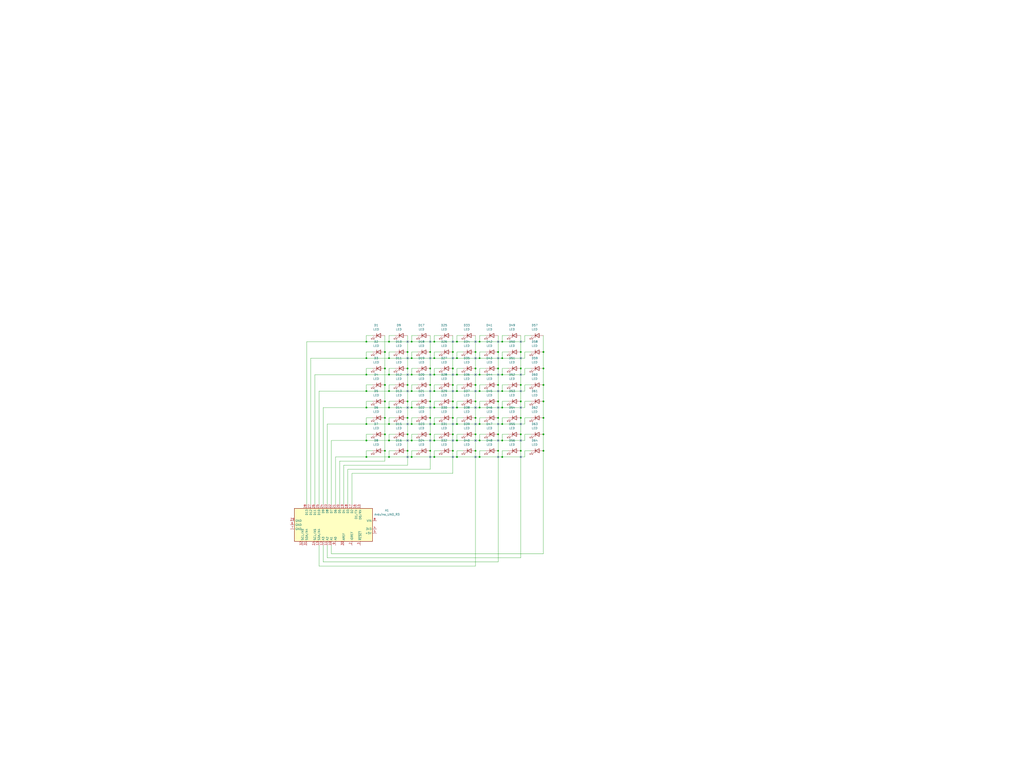
<source format=kicad_sch>
(kicad_sch (version 20250114) (generator "eeschema") (generator_version "9.0")
  (paper "User" 631.8 479.4)
  (lib_symbols
    (symbol "Device:LED" (pin_numbers (hide yes)) (pin_names (offset 1.016) (hide yes))
      (property "Reference" "D" (at 0 2.54 0))
      (property "Value" "LED" (at 0 -2.54 0))
      (symbol "LED_0_1"
        (polyline (pts (xy -3.048 -0.762) (xy -4.572 -2.286) (xy -3.81 -2.286) (xy -4.572 -2.286) (xy -4.572 -1.524)))
        (polyline (pts (xy -1.778 -0.762) (xy -3.302 -2.286) (xy -2.54 -2.286) (xy -3.302 -2.286) (xy -3.302 -1.524)))
        (polyline (pts (xy -1.27 0) (xy 1.27 0)))
        (polyline (pts (xy -1.27 -1.27) (xy -1.27 1.27)) (stroke (width 0.254)))
        (polyline (pts (xy 1.27 -1.27) (xy 1.27 1.27) (xy -1.27 0) (xy 1.27 -1.27)) (stroke (width 0.254)))
      )
      (symbol "LED_1_1"
        (pin passive line (at -3.81 0 0) (length 2.54) (name "K") (number "1"))
        (pin passive line (at 3.81 0 180) (length 2.54) (name "A") (number "2"))
      )
    )
    (symbol "MCU_Module:Arduino_UNO_R3"
      (property "Reference" "A" (at -10.16 23.495 0))
      (property "Value" "Arduino_UNO_R3" (at 5.08 -26.67 0))
      (symbol "Arduino_UNO_R3_0_1"
        (rectangle (start -10.16 22.86) (end 10.16 -25.4) (stroke (width 0.254)) (fill (type background)))
      )
      (symbol "Arduino_UNO_R3_1_1"
        (pin bidirectional line (at -12.7 15.24 0) (length 2.54) (name "D0/RX") (number "15"))
        (pin bidirectional line (at -12.7 12.7 0) (length 2.54) (name "D1/TX") (number "16"))
        (pin bidirectional line (at -12.7 10.16 0) (length 2.54) (name "D2") (number "17"))
        (pin bidirectional line (at -12.7 7.62 0) (length 2.54) (name "D3") (number "18"))
        (pin bidirectional line (at -12.7 5.08 0) (length 2.54) (name "D4") (number "19"))
        (pin bidirectional line (at -12.7 2.54 0) (length 2.54) (name "D5") (number "20"))
        (pin bidirectional line (at -12.7 0 0) (length 2.54) (name "D6") (number "21"))
        (pin bidirectional line (at -12.7 -2.54 0) (length 2.54) (name "D7") (number "22"))
        (pin bidirectional line (at -12.7 -5.08 0) (length 2.54) (name "D8") (number "23"))
        (pin bidirectional line (at -12.7 -7.62 0) (length 2.54) (name "D9") (number "24"))
        (pin bidirectional line (at -12.7 -10.16 0) (length 2.54) (name "D10") (number "25"))
        (pin bidirectional line (at -12.7 -12.7 0) (length 2.54) (name "D11") (number "26"))
        (pin bidirectional line (at -12.7 -15.24 0) (length 2.54) (name "D12") (number "27"))
        (pin bidirectional line (at -12.7 -17.78 0) (length 2.54) (name "D13") (number "28"))
        (pin no_connect line (at -10.16 -20.32 0) (length 2.54) (hide yes) (name "NC") (number "1"))
        (pin power_in line (at -2.54 25.4 270) (length 2.54) (name "VIN") (number "8"))
        (pin power_in line (at -2.54 -27.94 90) (length 2.54) (name "GND") (number "29"))
        (pin power_in line (at 0 -27.94 90) (length 2.54) (name "GND") (number "6"))
        (pin power_out line (at 2.54 25.4 270) (length 2.54) (name "3V3") (number "4"))
        (pin power_in line (at 2.54 -27.94 90) (length 2.54) (name "GND") (number "7"))
        (pin power_out line (at 5.08 25.4 270) (length 2.54) (name "+5V") (number "5"))
        (pin input line (at 12.7 15.24 180) (length 2.54) (name "~{RESET}") (number "3"))
        (pin output line (at 12.7 10.16 180) (length 2.54) (name "IOREF") (number "2"))
        (pin input line (at 12.7 5.08 180) (length 2.54) (name "AREF") (number "30"))
        (pin bidirectional line (at 12.7 0 180) (length 2.54) (name "A0") (number "9"))
        (pin bidirectional line (at 12.7 -2.54 180) (length 2.54) (name "A1") (number "10"))
        (pin bidirectional line (at 12.7 -5.08 180) (length 2.54) (name "A2") (number "11"))
        (pin bidirectional line (at 12.7 -7.62 180) (length 2.54) (name "A3") (number "12"))
        (pin bidirectional line (at 12.7 -10.16 180) (length 2.54) (name "SDA/A4") (number "13"))
        (pin bidirectional line (at 12.7 -12.7 180) (length 2.54) (name "SCL/A5") (number "14"))
        (pin bidirectional line (at 12.7 -17.78 180) (length 2.54) (name "SDA/A4") (number "31"))
        (pin bidirectional line (at 12.7 -20.32 180) (length 2.54) (name "SCL/A5") (number "32"))
      )
    )
  )
  (junction (at 226.06 220.98))
  (junction (at 226.06 281.94))
  (junction (at 307.34 267.97))
  (junction (at 309.88 241.3))
  (junction (at 309.88 251.46))
  (junction (at 265.43 257.81))
  (junction (at 321.31 247.65))
  (junction (at 295.91 281.94))
  (junction (at 279.4 217.17))
  (junction (at 237.49 278.13))
  (junction (at 265.43 237.49))
  (junction (at 309.88 261.62))
  (junction (at 237.49 267.97))
  (junction (at 293.37 247.65))
  (junction (at 307.34 237.49))
  (junction (at 279.4 227.33))
  (junction (at 335.28 257.81))
  (junction (at 251.46 237.49))
  (junction (at 281.94 281.94))
  (junction (at 265.43 227.33))
  (junction (at 281.94 220.98))
  (junction (at 293.37 278.13))
  (junction (at 335.28 237.49))
  (junction (at 335.28 227.33))
  (junction (at 267.97 210.82))
  (junction (at 267.97 241.3))
  (junction (at 295.91 210.82))
  (junction (at 251.46 217.17))
  (junction (at 321.31 267.97))
  (junction (at 309.88 281.94))
  (junction (at 309.88 271.78))
  (junction (at 295.91 231.14))
  (junction (at 321.31 278.13))
  (junction (at 293.37 227.33))
  (junction (at 240.03 241.3))
  (junction (at 281.94 251.46))
  (junction (at 254 220.98))
  (junction (at 267.97 231.14))
  (junction (at 267.97 271.78))
  (junction (at 265.43 247.65))
  (junction (at 237.49 227.33))
  (junction (at 240.03 261.62))
  (junction (at 226.06 251.46))
  (junction (at 309.88 210.82))
  (junction (at 281.94 241.3))
  (junction (at 254 281.94))
  (junction (at 295.91 220.98))
  (junction (at 254 210.82))
  (junction (at 254 271.78))
  (junction (at 265.43 267.97))
  (junction (at 279.4 267.97))
  (junction (at 251.46 267.97))
  (junction (at 226.06 271.78))
  (junction (at 265.43 278.13))
  (junction (at 295.91 251.46))
  (junction (at 279.4 237.49))
  (junction (at 321.31 217.17))
  (junction (at 226.06 210.82))
  (junction (at 267.97 261.62))
  (junction (at 293.37 257.81))
  (junction (at 237.49 217.17))
  (junction (at 307.34 227.33))
  (junction (at 295.91 271.78))
  (junction (at 267.97 281.94))
  (junction (at 240.03 251.46))
  (junction (at 254 231.14))
  (junction (at 251.46 257.81))
  (junction (at 281.94 271.78))
  (junction (at 237.49 257.81))
  (junction (at 281.94 210.82))
  (junction (at 279.4 247.65))
  (junction (at 279.4 278.13))
  (junction (at 307.34 257.81))
  (junction (at 226.06 241.3))
  (junction (at 265.43 217.17))
  (junction (at 240.03 231.14))
  (junction (at 295.91 241.3))
  (junction (at 335.28 247.65))
  (junction (at 251.46 247.65))
  (junction (at 335.28 278.13))
  (junction (at 226.06 261.62))
  (junction (at 281.94 261.62))
  (junction (at 293.37 217.17))
  (junction (at 240.03 220.98))
  (junction (at 307.34 247.65))
  (junction (at 240.03 210.82))
  (junction (at 237.49 247.65))
  (junction (at 293.37 237.49))
  (junction (at 321.31 257.81))
  (junction (at 295.91 261.62))
  (junction (at 240.03 271.78))
  (junction (at 335.28 267.97))
  (junction (at 321.31 227.33))
  (junction (at 240.03 281.94))
  (junction (at 267.97 251.46))
  (junction (at 293.37 267.97))
  (junction (at 321.31 237.49))
  (junction (at 335.28 217.17))
  (junction (at 251.46 278.13))
  (junction (at 267.97 220.98))
  (junction (at 309.88 220.98))
  (junction (at 254 261.62))
  (junction (at 254 241.3))
  (junction (at 279.4 257.81))
  (junction (at 237.49 237.49))
  (junction (at 281.94 231.14))
  (junction (at 309.88 231.14))
  (junction (at 254 251.46))
  (junction (at 251.46 227.33))
  (junction (at 307.34 217.17))
  (junction (at 226.06 231.14))
  (junction (at 307.34 278.13))
  (no_connect (at 251.46 251.46))
  (no_connect (at 293.37 241.3))
  (no_connect (at 321.31 220.98))
  (no_connect (at 279.4 220.98))
  (no_connect (at 293.37 231.14))
  (no_connect (at 307.34 281.94))
  (no_connect (at 265.43 261.62))
  (no_connect (at 265.43 220.98))
  (no_connect (at 251.46 220.98))
  (no_connect (at 321.31 271.78))
  (no_connect (at 279.4 281.94))
  (no_connect (at 251.46 261.62))
  (no_connect (at 265.43 231.14))
  (no_connect (at 293.37 261.62))
  (no_connect (at 279.4 251.46))
  (no_connect (at 279.4 231.14))
  (no_connect (at 251.46 241.3))
  (no_connect (at 265.43 210.82))
  (no_connect (at 265.43 281.94))
  (no_connect (at 321.31 241.3))
  (no_connect (at 251.46 231.14))
  (no_connect (at 307.34 261.62))
  (no_connect (at 307.34 210.82))
  (no_connect (at 307.34 220.98))
  (no_connect (at 307.34 271.78))
  (no_connect (at 321.31 231.14))
  (no_connect (at 321.31 251.46))
  (no_connect (at 293.37 210.82))
  (no_connect (at 321.31 281.94))
  (no_connect (at 293.37 251.46))
  (no_connect (at 251.46 210.82))
  (no_connect (at 251.46 281.94))
  (no_connect (at 321.31 210.82))
  (no_connect (at 279.4 261.62))
  (no_connect (at 279.4 241.3))
  (no_connect (at 293.37 220.98))
  (no_connect (at 293.37 271.78))
  (no_connect (at 321.31 261.62))
  (no_connect (at 293.37 281.94))
  (no_connect (at 307.34 241.3))
  (no_connect (at 251.46 271.78))
  (no_connect (at 279.4 271.78))
  (no_connect (at 307.34 231.14))
  (no_connect (at 307.34 251.46))
  (no_connect (at 265.43 271.78))
  (no_connect (at 265.43 241.3))
  (no_connect (at 265.43 251.46))
  (no_connect (at 279.4 210.82))
  (wire (pts (xy 271.78 217.17) (xy 267.97 217.17)))
  (wire (pts (xy 217.17 292.1) (xy 217.17 311.15)))
  (wire (pts (xy 201.93 261.62) (xy 201.93 311.15)))
  (wire (pts (xy 229.87 207.01) (xy 226.06 207.01)))
  (wire (pts (xy 307.34 237.49) (xy 307.34 247.65)))
  (wire (pts (xy 254 271.78) (xy 240.03 271.78)))
  (wire (pts (xy 267.97 267.97) (xy 267.97 271.78)))
  (wire (pts (xy 323.85 251.46) (xy 309.88 251.46)))
  (wire (pts (xy 229.87 237.49) (xy 226.06 237.49)))
  (wire (pts (xy 309.88 237.49) (xy 309.88 241.3)))
  (wire (pts (xy 251.46 207.01) (xy 251.46 217.17)))
  (wire (pts (xy 335.28 278.13) (xy 335.28 341.63)))
  (wire (pts (xy 281.94 247.65) (xy 281.94 251.46)))
  (wire (pts (xy 309.88 247.65) (xy 309.88 251.46)))
  (wire (pts (xy 293.37 217.17) (xy 293.37 227.33)))
  (wire (pts (xy 313.69 237.49) (xy 309.88 237.49)))
  (wire (pts (xy 295.91 227.33) (xy 295.91 231.14)))
  (wire (pts (xy 267.97 207.01) (xy 267.97 210.82)))
  (wire (pts (xy 226.06 267.97) (xy 226.06 271.78)))
  (wire (pts (xy 243.84 267.97) (xy 240.03 267.97)))
  (wire (pts (xy 240.03 220.98) (xy 226.06 220.98)))
  (wire (pts (xy 201.93 336.55) (xy 201.93 344.17)))
  (wire (pts (xy 321.31 217.17) (xy 321.31 227.33)))
  (wire (pts (xy 327.66 237.49) (xy 323.85 237.49)))
  (wire (pts (xy 295.91 210.82) (xy 281.94 210.82)))
  (wire (pts (xy 226.06 231.14) (xy 194.31 231.14)))
  (wire (pts (xy 295.91 257.81) (xy 295.91 261.62)))
  (wire (pts (xy 279.4 227.33) (xy 279.4 237.49)))
  (wire (pts (xy 313.69 267.97) (xy 309.88 267.97)))
  (wire (pts (xy 285.75 247.65) (xy 281.94 247.65)))
  (wire (pts (xy 335.28 227.33) (xy 335.28 237.49)))
  (wire (pts (xy 226.06 207.01) (xy 226.06 210.82)))
  (wire (pts (xy 279.4 267.97) (xy 279.4 278.13)))
  (wire (pts (xy 254 207.01) (xy 254 210.82)))
  (wire (pts (xy 295.91 267.97) (xy 295.91 271.78)))
  (wire (pts (xy 257.81 267.97) (xy 254 267.97)))
  (wire (pts (xy 285.75 257.81) (xy 281.94 257.81)))
  (wire (pts (xy 257.81 257.81) (xy 254 257.81)))
  (wire (pts (xy 237.49 207.01) (xy 237.49 217.17)))
  (wire (pts (xy 257.81 207.01) (xy 254 207.01)))
  (wire (pts (xy 226.06 237.49) (xy 226.06 241.3)))
  (wire (pts (xy 309.88 271.78) (xy 295.91 271.78)))
  (wire (pts (xy 267.97 278.13) (xy 267.97 281.94)))
  (wire (pts (xy 323.85 241.3) (xy 309.88 241.3)))
  (wire (pts (xy 309.88 231.14) (xy 295.91 231.14)))
  (wire (pts (xy 271.78 257.81) (xy 267.97 257.81)))
  (wire (pts (xy 237.49 217.17) (xy 237.49 227.33)))
  (wire (pts (xy 279.4 257.81) (xy 279.4 267.97)))
  (wire (pts (xy 214.63 289.56) (xy 214.63 311.15)))
  (wire (pts (xy 335.28 267.97) (xy 335.28 278.13)))
  (wire (pts (xy 265.43 267.97) (xy 265.43 278.13)))
  (wire (pts (xy 321.31 247.65) (xy 321.31 257.81)))
  (wire (pts (xy 226.06 261.62) (xy 201.93 261.62)))
  (wire (pts (xy 323.85 231.14) (xy 309.88 231.14)))
  (wire (pts (xy 240.03 207.01) (xy 240.03 210.82)))
  (wire (pts (xy 321.31 257.81) (xy 321.31 267.97)))
  (wire (pts (xy 285.75 227.33) (xy 281.94 227.33)))
  (wire (pts (xy 254 281.94) (xy 240.03 281.94)))
  (wire (pts (xy 240.03 261.62) (xy 226.06 261.62)))
  (wire (pts (xy 295.91 207.01) (xy 295.91 210.82)))
  (wire (pts (xy 323.85 267.97) (xy 323.85 271.78)))
  (wire (pts (xy 335.28 257.81) (xy 335.28 267.97)))
  (wire (pts (xy 226.06 257.81) (xy 226.06 261.62)))
  (wire (pts (xy 243.84 257.81) (xy 240.03 257.81)))
  (wire (pts (xy 323.85 271.78) (xy 309.88 271.78)))
  (wire (pts (xy 243.84 237.49) (xy 240.03 237.49)))
  (wire (pts (xy 327.66 267.97) (xy 323.85 267.97)))
  (wire (pts (xy 295.91 237.49) (xy 295.91 241.3)))
  (wire (pts (xy 299.72 227.33) (xy 295.91 227.33)))
  (wire (pts (xy 267.97 271.78) (xy 254 271.78)))
  (wire (pts (xy 265.43 207.01) (xy 265.43 217.17)))
  (wire (pts (xy 295.91 261.62) (xy 281.94 261.62)))
  (wire (pts (xy 313.69 217.17) (xy 309.88 217.17)))
  (wire (pts (xy 307.34 267.97) (xy 307.34 278.13)))
  (wire (pts (xy 267.97 220.98) (xy 254 220.98)))
  (wire (pts (xy 243.84 207.01) (xy 240.03 207.01)))
  (wire (pts (xy 196.85 336.55) (xy 196.85 349.25)))
  (wire (pts (xy 189.23 210.82) (xy 189.23 311.15)))
  (wire (pts (xy 281.94 217.17) (xy 281.94 220.98)))
  (wire (pts (xy 226.06 241.3) (xy 196.85 241.3)))
  (wire (pts (xy 323.85 261.62) (xy 309.88 261.62)))
  (wire (pts (xy 281.94 267.97) (xy 281.94 271.78)))
  (wire (pts (xy 309.88 251.46) (xy 295.91 251.46)))
  (wire (pts (xy 240.03 217.17) (xy 240.03 220.98)))
  (wire (pts (xy 293.37 237.49) (xy 293.37 247.65)))
  (wire (pts (xy 196.85 241.3) (xy 196.85 311.15)))
  (wire (pts (xy 267.97 210.82) (xy 254 210.82)))
  (wire (pts (xy 271.78 207.01) (xy 267.97 207.01)))
  (wire (pts (xy 323.85 237.49) (xy 323.85 241.3)))
  (wire (pts (xy 279.4 292.1) (xy 217.17 292.1)))
  (wire (pts (xy 271.78 247.65) (xy 267.97 247.65)))
  (wire (pts (xy 265.43 278.13) (xy 265.43 289.56)))
  (wire (pts (xy 267.97 247.65) (xy 267.97 251.46)))
  (wire (pts (xy 323.85 278.13) (xy 323.85 281.94)))
  (wire (pts (xy 196.85 349.25) (xy 293.37 349.25)))
  (wire (pts (xy 307.34 217.17) (xy 307.34 227.33)))
  (wire (pts (xy 285.75 217.17) (xy 281.94 217.17)))
  (wire (pts (xy 279.4 247.65) (xy 279.4 257.81)))
  (wire (pts (xy 240.03 247.65) (xy 240.03 251.46)))
  (wire (pts (xy 299.72 217.17) (xy 295.91 217.17)))
  (wire (pts (xy 309.88 241.3) (xy 295.91 241.3)))
  (wire (pts (xy 309.88 267.97) (xy 309.88 271.78)))
  (wire (pts (xy 254 247.65) (xy 254 251.46)))
  (wire (pts (xy 271.78 267.97) (xy 267.97 267.97)))
  (wire (pts (xy 281.94 231.14) (xy 267.97 231.14)))
  (wire (pts (xy 327.66 278.13) (xy 323.85 278.13)))
  (wire (pts (xy 251.46 267.97) (xy 251.46 278.13)))
  (wire (pts (xy 313.69 278.13) (xy 309.88 278.13)))
  (wire (pts (xy 194.31 231.14) (xy 194.31 311.15)))
  (wire (pts (xy 281.94 281.94) (xy 267.97 281.94)))
  (wire (pts (xy 254 278.13) (xy 254 281.94)))
  (wire (pts (xy 295.91 247.65) (xy 295.91 251.46)))
  (wire (pts (xy 254 261.62) (xy 240.03 261.62)))
  (wire (pts (xy 295.91 251.46) (xy 281.94 251.46)))
  (wire (pts (xy 243.84 227.33) (xy 240.03 227.33)))
  (wire (pts (xy 281.94 207.01) (xy 281.94 210.82)))
  (wire (pts (xy 309.88 220.98) (xy 295.91 220.98)))
  (wire (pts (xy 237.49 247.65) (xy 237.49 257.81)))
  (wire (pts (xy 285.75 267.97) (xy 281.94 267.97)))
  (wire (pts (xy 309.88 210.82) (xy 295.91 210.82)))
  (wire (pts (xy 199.39 336.55) (xy 199.39 346.71)))
  (wire (pts (xy 309.88 261.62) (xy 295.91 261.62)))
  (wire (pts (xy 257.81 217.17) (xy 254 217.17)))
  (wire (pts (xy 271.78 278.13) (xy 267.97 278.13)))
  (wire (pts (xy 309.88 217.17) (xy 309.88 220.98)))
  (wire (pts (xy 299.72 267.97) (xy 295.91 267.97)))
  (wire (pts (xy 265.43 257.81) (xy 265.43 267.97)))
  (wire (pts (xy 267.97 261.62) (xy 254 261.62)))
  (wire (pts (xy 281.94 278.13) (xy 281.94 281.94)))
  (wire (pts (xy 285.75 237.49) (xy 281.94 237.49)))
  (wire (pts (xy 281.94 261.62) (xy 267.97 261.62)))
  (wire (pts (xy 226.06 281.94) (xy 207.01 281.94)))
  (wire (pts (xy 226.06 247.65) (xy 226.06 251.46)))
  (wire (pts (xy 313.69 227.33) (xy 309.88 227.33)))
  (wire (pts (xy 251.46 247.65) (xy 251.46 257.81)))
  (wire (pts (xy 257.81 237.49) (xy 254 237.49)))
  (wire (pts (xy 212.09 287.02) (xy 212.09 311.15)))
  (wire (pts (xy 323.85 217.17) (xy 323.85 220.98)))
  (wire (pts (xy 237.49 267.97) (xy 237.49 278.13)))
  (wire (pts (xy 327.66 207.01) (xy 323.85 207.01)))
  (wire (pts (xy 229.87 257.81) (xy 226.06 257.81)))
  (wire (pts (xy 327.66 227.33) (xy 323.85 227.33)))
  (wire (pts (xy 299.72 237.49) (xy 295.91 237.49)))
  (wire (pts (xy 229.87 278.13) (xy 226.06 278.13)))
  (wire (pts (xy 271.78 227.33) (xy 267.97 227.33)))
  (wire (pts (xy 279.4 278.13) (xy 279.4 292.1)))
  (wire (pts (xy 254 210.82) (xy 240.03 210.82)))
  (wire (pts (xy 313.69 247.65) (xy 309.88 247.65)))
  (wire (pts (xy 307.34 247.65) (xy 307.34 257.81)))
  (wire (pts (xy 243.84 278.13) (xy 240.03 278.13)))
  (wire (pts (xy 229.87 217.17) (xy 226.06 217.17)))
  (wire (pts (xy 321.31 267.97) (xy 321.31 278.13)))
  (wire (pts (xy 237.49 284.48) (xy 209.55 284.48)))
  (wire (pts (xy 204.47 341.63) (xy 335.28 341.63)))
  (wire (pts (xy 267.97 231.14) (xy 254 231.14)))
  (wire (pts (xy 257.81 278.13) (xy 254 278.13)))
  (wire (pts (xy 279.4 217.17) (xy 279.4 227.33)))
  (wire (pts (xy 335.28 207.01) (xy 335.28 217.17)))
  (wire (pts (xy 335.28 237.49) (xy 335.28 247.65)))
  (wire (pts (xy 254 231.14) (xy 240.03 231.14)))
  (wire (pts (xy 321.31 278.13) (xy 321.31 344.17)))
  (wire (pts (xy 321.31 207.01) (xy 321.31 217.17)))
  (wire (pts (xy 281.94 241.3) (xy 267.97 241.3)))
  (wire (pts (xy 281.94 227.33) (xy 281.94 231.14)))
  (wire (pts (xy 293.37 247.65) (xy 293.37 257.81)))
  (wire (pts (xy 281.94 257.81) (xy 281.94 261.62)))
  (wire (pts (xy 207.01 281.94) (xy 207.01 311.15)))
  (wire (pts (xy 295.91 281.94) (xy 281.94 281.94)))
  (wire (pts (xy 267.97 257.81) (xy 267.97 261.62)))
  (wire (pts (xy 267.97 251.46) (xy 254 251.46)))
  (wire (pts (xy 267.97 281.94) (xy 254 281.94)))
  (wire (pts (xy 265.43 227.33) (xy 265.43 237.49)))
  (wire (pts (xy 295.91 231.14) (xy 281.94 231.14)))
  (wire (pts (xy 254 220.98) (xy 240.03 220.98)))
  (wire (pts (xy 295.91 271.78) (xy 281.94 271.78)))
  (wire (pts (xy 321.31 237.49) (xy 321.31 247.65)))
  (wire (pts (xy 293.37 278.13) (xy 293.37 349.25)))
  (wire (pts (xy 240.03 267.97) (xy 240.03 271.78)))
  (wire (pts (xy 240.03 251.46) (xy 226.06 251.46)))
  (wire (pts (xy 295.91 217.17) (xy 295.91 220.98)))
  (wire (pts (xy 226.06 220.98) (xy 191.77 220.98)))
  (wire (pts (xy 251.46 278.13) (xy 251.46 287.02)))
  (wire (pts (xy 327.66 257.81) (xy 323.85 257.81)))
  (wire (pts (xy 295.91 241.3) (xy 281.94 241.3)))
  (wire (pts (xy 323.85 220.98) (xy 309.88 220.98)))
  (wire (pts (xy 281.94 220.98) (xy 267.97 220.98)))
  (wire (pts (xy 309.88 278.13) (xy 309.88 281.94)))
  (wire (pts (xy 243.84 217.17) (xy 240.03 217.17)))
  (wire (pts (xy 201.93 344.17) (xy 321.31 344.17)))
  (wire (pts (xy 254 251.46) (xy 240.03 251.46)))
  (wire (pts (xy 335.28 217.17) (xy 335.28 227.33)))
  (wire (pts (xy 267.97 241.3) (xy 254 241.3)))
  (wire (pts (xy 226.06 217.17) (xy 226.06 220.98)))
  (wire (pts (xy 265.43 247.65) (xy 265.43 257.81)))
  (wire (pts (xy 257.81 247.65) (xy 254 247.65)))
  (wire (pts (xy 321.31 227.33) (xy 321.31 237.49)))
  (wire (pts (xy 295.91 220.98) (xy 281.94 220.98)))
  (wire (pts (xy 251.46 237.49) (xy 251.46 247.65)))
  (wire (pts (xy 240.03 257.81) (xy 240.03 261.62)))
  (wire (pts (xy 254 237.49) (xy 254 241.3)))
  (wire (pts (xy 323.85 257.81) (xy 323.85 261.62)))
  (wire (pts (xy 1080.77 111.76) (xy 1080.77 123.19)))
  (wire (pts (xy 265.43 289.56) (xy 214.63 289.56)))
  (wire (pts (xy 281.94 210.82) (xy 267.97 210.82)))
  (wire (pts (xy 254 241.3) (xy 240.03 241.3)))
  (wire (pts (xy 327.66 217.17) (xy 323.85 217.17)))
  (wire (pts (xy 323.85 210.82) (xy 309.88 210.82)))
  (wire (pts (xy 204.47 271.78) (xy 204.47 311.15)))
  (wire (pts (xy 309.88 281.94) (xy 295.91 281.94)))
  (wire (pts (xy 226.06 227.33) (xy 226.06 231.14)))
  (wire (pts (xy 240.03 278.13) (xy 240.03 281.94)))
  (wire (pts (xy 237.49 278.13) (xy 237.49 284.48)))
  (wire (pts (xy 226.06 271.78) (xy 204.47 271.78)))
  (wire (pts (xy 254 217.17) (xy 254 220.98)))
  (wire (pts (xy 251.46 257.81) (xy 251.46 267.97)))
  (wire (pts (xy 281.94 251.46) (xy 267.97 251.46)))
  (wire (pts (xy 307.34 207.01) (xy 307.34 217.17)))
  (wire (pts (xy 229.87 267.97) (xy 226.06 267.97)))
  (wire (pts (xy 254 257.81) (xy 254 261.62)))
  (wire (pts (xy 240.03 227.33) (xy 240.03 231.14)))
  (wire (pts (xy 243.84 247.65) (xy 240.03 247.65)))
  (wire (pts (xy 309.88 227.33) (xy 309.88 231.14)))
  (wire (pts (xy 267.97 237.49) (xy 267.97 241.3)))
  (wire (pts (xy 285.75 207.01) (xy 281.94 207.01)))
  (wire (pts (xy 267.97 217.17) (xy 267.97 220.98)))
  (wire (pts (xy 335.28 247.65) (xy 335.28 257.81)))
  (wire (pts (xy 323.85 247.65) (xy 323.85 251.46)))
  (wire (pts (xy 299.72 257.81) (xy 295.91 257.81)))
  (wire (pts (xy 307.34 278.13) (xy 307.34 346.71)))
  (wire (pts (xy 251.46 227.33) (xy 251.46 237.49)))
  (wire (pts (xy 313.69 207.01) (xy 309.88 207.01)))
  (wire (pts (xy 254 227.33) (xy 254 231.14)))
  (wire (pts (xy 293.37 257.81) (xy 293.37 267.97)))
  (wire (pts (xy 226.06 210.82) (xy 189.23 210.82)))
  (wire (pts (xy 240.03 237.49) (xy 240.03 241.3)))
  (wire (pts (xy 285.75 278.13) (xy 281.94 278.13)))
  (wire (pts (xy 204.47 336.55) (xy 204.47 341.63)))
  (wire (pts (xy 323.85 227.33) (xy 323.85 231.14)))
  (wire (pts (xy 191.77 220.98) (xy 191.77 311.15)))
  (wire (pts (xy 237.49 227.33) (xy 237.49 237.49)))
  (wire (pts (xy 299.72 247.65) (xy 295.91 247.65)))
  (wire (pts (xy 257.81 227.33) (xy 254 227.33)))
  (wire (pts (xy 199.39 251.46) (xy 199.39 311.15)))
  (wire (pts (xy 240.03 241.3) (xy 226.06 241.3)))
  (wire (pts (xy 279.4 237.49) (xy 279.4 247.65)))
  (wire (pts (xy 240.03 210.82) (xy 226.06 210.82)))
  (wire (pts (xy 240.03 231.14) (xy 226.06 231.14)))
  (wire (pts (xy 267.97 227.33) (xy 267.97 231.14)))
  (wire (pts (xy 240.03 271.78) (xy 226.06 271.78)))
  (wire (pts (xy 251.46 287.02) (xy 212.09 287.02)))
  (wire (pts (xy 229.87 227.33) (xy 226.06 227.33)))
  (wire (pts (xy 309.88 207.01) (xy 309.88 210.82)))
  (wire (pts (xy 226.06 278.13) (xy 226.06 281.94)))
  (wire (pts (xy 279.4 207.01) (xy 279.4 217.17)))
  (wire (pts (xy 254 267.97) (xy 254 271.78)))
  (wire (pts (xy 265.43 217.17) (xy 265.43 227.33)))
  (wire (pts (xy 299.72 278.13) (xy 295.91 278.13)))
  (wire (pts (xy 323.85 207.01) (xy 323.85 210.82)))
  (wire (pts (xy 229.87 247.65) (xy 226.06 247.65)))
  (wire (pts (xy 265.43 237.49) (xy 265.43 247.65)))
  (wire (pts (xy 323.85 281.94) (xy 309.88 281.94)))
  (wire (pts (xy 293.37 267.97) (xy 293.37 278.13)))
  (wire (pts (xy 281.94 237.49) (xy 281.94 241.3)))
  (wire (pts (xy 313.69 257.81) (xy 309.88 257.81)))
  (wire (pts (xy 281.94 271.78) (xy 267.97 271.78)))
  (wire (pts (xy 293.37 227.33) (xy 293.37 237.49)))
  (wire (pts (xy 299.72 207.01) (xy 295.91 207.01)))
  (wire (pts (xy 237.49 257.81) (xy 237.49 267.97)))
  (wire (pts (xy 226.06 251.46) (xy 199.39 251.46)))
  (wire (pts (xy 295.91 278.13) (xy 295.91 281.94)))
  (wire (pts (xy 293.37 207.01) (xy 293.37 217.17)))
  (wire (pts (xy 251.46 217.17) (xy 251.46 227.33)))
  (wire (pts (xy 199.39 346.71) (xy 307.34 346.71)))
  (wire (pts (xy 327.66 247.65) (xy 323.85 247.65)))
  (wire (pts (xy 307.34 227.33) (xy 307.34 237.49)))
  (wire (pts (xy 237.49 237.49) (xy 237.49 247.65)))
  (wire (pts (xy 271.78 237.49) (xy 267.97 237.49)))
  (wire (pts (xy 309.88 257.81) (xy 309.88 261.62)))
  (wire (pts (xy 240.03 281.94) (xy 226.06 281.94)))
  (wire (pts (xy 307.34 257.81) (xy 307.34 267.97)))
  (wire (pts (xy 209.55 284.48) (xy 209.55 311.15)))
  (symbol (lib_id "Device:LED") (at 303.53 207.01 0) (unit 1)
    (property "Reference" "D41" (at 301.9425 200.66 0))
    (property "Value" "LED" (at 301.9425 203.2 0))
    (property "Footprint" "LED_SMD:LED_0201_0603Metric_Pad0.64x0.40mm_HandSolder" (effects (hide yes)))
    (property "Description" "Light emitting diode" (effects (hide yes)))
    (property "Sim.Pins" "1=K 2=A" (effects (hide yes)))
  )
  (symbol (lib_id "Device:LED") (at 275.59 227.33 0) (unit 1)
    (property "Reference" "D27" (at 274.0025 220.98 0))
    (property "Value" "LED" (at 274.0025 223.52 0))
    (property "Footprint" "LED_SMD:LED_0201_0603Metric_Pad0.64x0.40mm_HandSolder" (effects (hide yes)))
    (property "Description" "Light emitting diode" (effects (hide yes)))
    (property "Sim.Pins" "1=K 2=A" (effects (hide yes)))
  )
  (symbol (lib_id "Device:LED") (at 275.59 247.65 0) (unit 1)
    (property "Reference" "D29" (at 274.0025 241.3 0))
    (property "Value" "LED" (at 274.0025 243.84 0))
    (property "Footprint" "LED_SMD:LED_0201_0603Metric_Pad0.64x0.40mm_HandSolder" (effects (hide yes)))
    (property "Description" "Light emitting diode" (effects (hide yes)))
    (property "Sim.Pins" "1=K 2=A" (effects (hide yes)))
  )
  (symbol (lib_id "MCU_Module:Arduino_UNO_R3") (at 207.01 323.85 270) (unit 1)
    (property "Reference" "A1" (at 238.76 314.8898 90))
    (property "Value" "Arduino_UNO_R3" (at 238.76 317.4298 90))
    (property "Footprint" "Module:Arduino_UNO_R3_WithMountingHoles" (effects (hide yes)))
    (property "Datasheet" "https://www.arduino.cc/en/Main/arduinoBoardUno" (effects (hide yes)))
    (property "Description" "Arduino UNO Microcontroller Module, release 3" (effects (hide yes)))
  )
  (symbol (lib_id "Device:LED") (at 261.62 278.13 0) (unit 1)
    (property "Reference" "D24" (at 260.0325 271.78 0))
    (property "Value" "LED" (at 260.0325 274.32 0))
    (property "Footprint" "LED_SMD:LED_0201_0603Metric_Pad0.64x0.40mm_HandSolder" (effects (hide yes)))
    (property "Description" "Light emitting diode" (effects (hide yes)))
    (property "Sim.Pins" "1=K 2=A" (effects (hide yes)))
  )
  (symbol (lib_id "Device:LED") (at 289.56 237.49 0) (unit 1)
    (property "Reference" "D36" (at 287.9725 231.14 0))
    (property "Value" "LED" (at 287.9725 233.68 0))
    (property "Footprint" "LED_SMD:LED_0201_0603Metric_Pad0.64x0.40mm_HandSolder" (effects (hide yes)))
    (property "Description" "Light emitting diode" (effects (hide yes)))
    (property "Sim.Pins" "1=K 2=A" (effects (hide yes)))
  )
  (symbol (lib_id "Device:LED") (at 317.5 247.65 0) (unit 1)
    (property "Reference" "D53" (at 315.9125 241.3 0))
    (property "Value" "LED" (at 315.9125 243.84 0))
    (property "Footprint" "LED_SMD:LED_0201_0603Metric_Pad0.64x0.40mm_HandSolder" (effects (hide yes)))
    (property "Description" "Light emitting diode" (effects (hide yes)))
    (property "Sim.Pins" "1=K 2=A" (effects (hide yes)))
  )
  (symbol (lib_id "Device:LED") (at 331.47 217.17 0) (unit 1)
    (property "Reference" "D58" (at 329.8825 210.82 0))
    (property "Value" "LED" (at 329.8825 213.36 0))
    (property "Footprint" "LED_SMD:LED_0201_0603Metric_Pad0.64x0.40mm_HandSolder" (effects (hide yes)))
    (property "Description" "Light emitting diode" (effects (hide yes)))
    (property "Sim.Pins" "1=K 2=A" (effects (hide yes)))
  )
  (symbol (lib_id "Device:LED") (at 247.65 267.97 0) (unit 1)
    (property "Reference" "D15" (at 246.0625 261.62 0))
    (property "Value" "LED" (at 246.0625 264.16 0))
    (property "Footprint" "LED_SMD:LED_0201_0603Metric_Pad0.64x0.40mm_HandSolder" (effects (hide yes)))
    (property "Description" "Light emitting diode" (effects (hide yes)))
    (property "Sim.Pins" "1=K 2=A" (effects (hide yes)))
  )
  (symbol (lib_id "Device:LED") (at 289.56 278.13 0) (unit 1)
    (property "Reference" "D40" (at 287.9725 271.78 0))
    (property "Value" "LED" (at 287.9725 274.32 0))
    (property "Footprint" "LED_SMD:LED_0201_0603Metric_Pad0.64x0.40mm_HandSolder" (effects (hide yes)))
    (property "Description" "Light emitting diode" (effects (hide yes)))
    (property "Sim.Pins" "1=K 2=A" (effects (hide yes)))
  )
  (symbol (lib_id "Device:LED") (at 233.68 237.49 0) (unit 1)
    (property "Reference" "D4" (at 232.0925 231.14 0))
    (property "Value" "LED" (at 232.0925 233.68 0))
    (property "Footprint" "LED_SMD:LED_0201_0603Metric_Pad0.64x0.40mm_HandSolder" (effects (hide yes)))
    (property "Description" "Light emitting diode" (effects (hide yes)))
    (property "Sim.Pins" "1=K 2=A" (effects (hide yes)))
  )
  (symbol (lib_id "Device:LED") (at 331.47 207.01 0) (unit 1)
    (property "Reference" "D57" (at 329.8825 200.66 0))
    (property "Value" "LED" (at 329.8825 203.2 0))
    (property "Footprint" "LED_SMD:LED_0201_0603Metric_Pad0.64x0.40mm_HandSolder" (effects (hide yes)))
    (property "Description" "Light emitting diode" (effects (hide yes)))
    (property "Sim.Pins" "1=K 2=A" (effects (hide yes)))
  )
  (symbol (lib_id "Device:LED") (at 261.62 207.01 0) (unit 1)
    (property "Reference" "D17" (at 260.0325 200.66 0))
    (property "Value" "LED" (at 260.0325 203.2 0))
    (property "Footprint" "LED_SMD:LED_0201_0603Metric_Pad0.64x0.40mm_HandSolder" (effects (hide yes)))
    (property "Description" "Light emitting diode" (effects (hide yes)))
    (property "Sim.Pins" "1=K 2=A" (effects (hide yes)))
  )
  (symbol (lib_id "Device:LED") (at 233.68 278.13 0) (unit 1)
    (property "Reference" "D8" (at 232.0925 271.78 0))
    (property "Value" "LED" (at 232.0925 274.32 0))
    (property "Footprint" "LED_SMD:LED_0201_0603Metric_Pad0.64x0.40mm_HandSolder" (effects (hide yes)))
    (property "Description" "Light emitting diode" (effects (hide yes)))
    (property "Sim.Pins" "1=K 2=A" (effects (hide yes)))
  )
  (symbol (lib_id "Device:LED") (at 247.65 207.01 0) (unit 1)
    (property "Reference" "D9" (at 246.0625 200.66 0))
    (property "Value" "LED" (at 246.0625 203.2 0))
    (property "Footprint" "LED_SMD:LED_0201_0603Metric_Pad0.64x0.40mm_HandSolder" (effects (hide yes)))
    (property "Description" "Light emitting diode" (effects (hide yes)))
    (property "Sim.Pins" "1=K 2=A" (effects (hide yes)))
  )
  (symbol (lib_id "Device:LED") (at 289.56 267.97 0) (unit 1)
    (property "Reference" "D39" (at 287.9725 261.62 0))
    (property "Value" "LED" (at 287.9725 264.16 0))
    (property "Footprint" "LED_SMD:LED_0201_0603Metric_Pad0.64x0.40mm_HandSolder" (effects (hide yes)))
    (property "Description" "Light emitting diode" (effects (hide yes)))
    (property "Sim.Pins" "1=K 2=A" (effects (hide yes)))
  )
  (symbol (lib_id "Device:LED") (at 261.62 217.17 0) (unit 1)
    (property "Reference" "D18" (at 260.0325 210.82 0))
    (property "Value" "LED" (at 260.0325 213.36 0))
    (property "Footprint" "LED_SMD:LED_0201_0603Metric_Pad0.64x0.40mm_HandSolder" (effects (hide yes)))
    (property "Description" "Light emitting diode" (effects (hide yes)))
    (property "Sim.Pins" "1=K 2=A" (effects (hide yes)))
  )
  (symbol (lib_id "Device:LED") (at 261.62 247.65 0) (unit 1)
    (property "Reference" "D21" (at 260.0325 241.3 0))
    (property "Value" "LED" (at 260.0325 243.84 0))
    (property "Footprint" "LED_SMD:LED_0201_0603Metric_Pad0.64x0.40mm_HandSolder" (effects (hide yes)))
    (property "Description" "Light emitting diode" (effects (hide yes)))
    (property "Sim.Pins" "1=K 2=A" (effects (hide yes)))
  )
  (symbol (lib_id "Device:LED") (at 303.53 267.97 0) (unit 1)
    (property "Reference" "D47" (at 301.9425 261.62 0))
    (property "Value" "LED" (at 301.9425 264.16 0))
    (property "Footprint" "LED_SMD:LED_0201_0603Metric_Pad0.64x0.40mm_HandSolder" (effects (hide yes)))
    (property "Description" "Light emitting diode" (effects (hide yes)))
    (property "Sim.Pins" "1=K 2=A" (effects (hide yes)))
  )
  (symbol (lib_id "Device:LED") (at 289.56 217.17 0) (unit 1)
    (property "Reference" "D34" (at 287.9725 210.82 0))
    (property "Value" "LED" (at 287.9725 213.36 0))
    (property "Footprint" "LED_SMD:LED_0201_0603Metric_Pad0.64x0.40mm_HandSolder" (effects (hide yes)))
    (property "Description" "Light emitting diode" (effects (hide yes)))
    (property "Sim.Pins" "1=K 2=A" (effects (hide yes)))
  )
  (symbol (lib_id "Device:LED") (at 317.5 278.13 0) (unit 1)
    (property "Reference" "D56" (at 315.9125 271.78 0))
    (property "Value" "LED" (at 315.9125 274.32 0))
    (property "Footprint" "LED_SMD:LED_0201_0603Metric_Pad0.64x0.40mm_HandSolder" (effects (hide yes)))
    (property "Description" "Light emitting diode" (effects (hide yes)))
    (property "Sim.Pins" "1=K 2=A" (effects (hide yes)))
  )
  (symbol (lib_id "Device:LED") (at 317.5 267.97 0) (unit 1)
    (property "Reference" "D55" (at 315.9125 261.62 0))
    (property "Value" "LED" (at 315.9125 264.16 0))
    (property "Footprint" "LED_SMD:LED_0201_0603Metric_Pad0.64x0.40mm_HandSolder" (effects (hide yes)))
    (property "Description" "Light emitting diode" (effects (hide yes)))
    (property "Sim.Pins" "1=K 2=A" (effects (hide yes)))
  )
  (symbol (lib_id "Device:LED") (at 317.5 207.01 0) (unit 1)
    (property "Reference" "D49" (at 315.9125 200.66 0))
    (property "Value" "LED" (at 315.9125 203.2 0))
    (property "Footprint" "LED_SMD:LED_0201_0603Metric_Pad0.64x0.40mm_HandSolder" (effects (hide yes)))
    (property "Description" "Light emitting diode" (effects (hide yes)))
    (property "Sim.Pins" "1=K 2=A" (effects (hide yes)))
  )
  (symbol (lib_id "Device:LED") (at 233.68 257.81 0) (unit 1)
    (property "Reference" "D6" (at 232.0925 251.46 0))
    (property "Value" "LED" (at 232.0925 254 0))
    (property "Footprint" "LED_SMD:LED_0201_0603Metric_Pad0.64x0.40mm_HandSolder" (effects (hide yes)))
    (property "Description" "Light emitting diode" (effects (hide yes)))
    (property "Sim.Pins" "1=K 2=A" (effects (hide yes)))
  )
  (symbol (lib_id "Device:LED") (at 317.5 257.81 0) (unit 1)
    (property "Reference" "D54" (at 315.9125 251.46 0))
    (property "Value" "LED" (at 315.9125 254 0))
    (property "Footprint" "LED_SMD:LED_0201_0603Metric_Pad0.64x0.40mm_HandSolder" (effects (hide yes)))
    (property "Description" "Light emitting diode" (effects (hide yes)))
    (property "Sim.Pins" "1=K 2=A" (effects (hide yes)))
  )
  (symbol (lib_id "Device:LED") (at 233.68 207.01 0) (unit 1)
    (property "Reference" "D1" (at 232.0925 200.66 0))
    (property "Value" "LED" (at 232.0925 203.2 0))
    (property "Footprint" "LED_SMD:LED_0201_0603Metric_Pad0.64x0.40mm_HandSolder" (effects (hide yes)))
    (property "Description" "Light emitting diode" (effects (hide yes)))
    (property "Sim.Pins" "1=K 2=A" (effects (hide yes)))
  )
  (symbol (lib_id "Device:LED") (at 331.47 237.49 0) (unit 1)
    (property "Reference" "D60" (at 329.8825 231.14 0))
    (property "Value" "LED" (at 329.8825 233.68 0))
    (property "Footprint" "LED_SMD:LED_0201_0603Metric_Pad0.64x0.40mm_HandSolder" (effects (hide yes)))
    (property "Description" "Light emitting diode" (effects (hide yes)))
    (property "Sim.Pins" "1=K 2=A" (effects (hide yes)))
  )
  (symbol (lib_id "Device:LED") (at 247.65 247.65 0) (unit 1)
    (property "Reference" "D13" (at 246.0625 241.3 0))
    (property "Value" "LED" (at 246.0625 243.84 0))
    (property "Footprint" "LED_SMD:LED_0201_0603Metric_Pad0.64x0.40mm_HandSolder" (effects (hide yes)))
    (property "Description" "Light emitting diode" (effects (hide yes)))
    (property "Sim.Pins" "1=K 2=A" (effects (hide yes)))
  )
  (symbol (lib_id "Device:LED") (at 289.56 257.81 0) (unit 1)
    (property "Reference" "D38" (at 287.9725 251.46 0))
    (property "Value" "LED" (at 287.9725 254 0))
    (property "Footprint" "LED_SMD:LED_0201_0603Metric_Pad0.64x0.40mm_HandSolder" (effects (hide yes)))
    (property "Description" "Light emitting diode" (effects (hide yes)))
    (property "Sim.Pins" "1=K 2=A" (effects (hide yes)))
  )
  (symbol (lib_id "Device:LED") (at 233.68 267.97 0) (unit 1)
    (property "Reference" "D7" (at 232.0925 261.62 0))
    (property "Value" "LED" (at 232.0925 264.16 0))
    (property "Footprint" "LED_SMD:LED_0201_0603Metric_Pad0.64x0.40mm_HandSolder" (effects (hide yes)))
    (property "Description" "Light emitting diode" (effects (hide yes)))
    (property "Sim.Pins" "1=K 2=A" (effects (hide yes)))
  )
  (symbol (lib_id "Device:LED") (at 303.53 257.81 0) (unit 1)
    (property "Reference" "D46" (at 301.9425 251.46 0))
    (property "Value" "LED" (at 301.9425 254 0))
    (property "Footprint" "LED_SMD:LED_0201_0603Metric_Pad0.64x0.40mm_HandSolder" (effects (hide yes)))
    (property "Description" "Light emitting diode" (effects (hide yes)))
    (property "Sim.Pins" "1=K 2=A" (effects (hide yes)))
  )
  (symbol (lib_id "Device:LED") (at 275.59 207.01 0) (unit 1)
    (property "Reference" "D25" (at 274.0025 200.66 0))
    (property "Value" "LED" (at 274.0025 203.2 0))
    (property "Footprint" "LED_SMD:LED_0201_0603Metric_Pad0.64x0.40mm_HandSolder" (effects (hide yes)))
    (property "Description" "Light emitting diode" (effects (hide yes)))
    (property "Sim.Pins" "1=K 2=A" (effects (hide yes)))
  )
  (symbol (lib_id "Device:LED") (at 261.62 227.33 0) (unit 1)
    (property "Reference" "D19" (at 260.0325 220.98 0))
    (property "Value" "LED" (at 260.0325 223.52 0))
    (property "Footprint" "LED_SMD:LED_0201_0603Metric_Pad0.64x0.40mm_HandSolder" (effects (hide yes)))
    (property "Description" "Light emitting diode" (effects (hide yes)))
    (property "Sim.Pins" "1=K 2=A" (effects (hide yes)))
  )
  (symbol (lib_id "Device:LED") (at 233.68 247.65 0) (unit 1)
    (property "Reference" "D5" (at 232.0925 241.3 0))
    (property "Value" "LED" (at 232.0925 243.84 0))
    (property "Footprint" "LED_SMD:LED_0201_0603Metric_Pad0.64x0.40mm_HandSolder" (effects (hide yes)))
    (property "Description" "Light emitting diode" (effects (hide yes)))
    (property "Sim.Pins" "1=K 2=A" (effects (hide yes)))
  )
  (symbol (lib_id "Device:LED") (at 275.59 278.13 0) (unit 1)
    (property "Reference" "D32" (at 274.0025 271.78 0))
    (property "Value" "LED" (at 274.0025 274.32 0))
    (property "Footprint" "LED_SMD:LED_0201_0603Metric_Pad0.64x0.40mm_HandSolder" (effects (hide yes)))
    (property "Description" "Light emitting diode" (effects (hide yes)))
    (property "Sim.Pins" "1=K 2=A" (effects (hide yes)))
  )
  (symbol (lib_id "Device:LED") (at 275.59 217.17 0) (unit 1)
    (property "Reference" "D26" (at 274.0025 210.82 0))
    (property "Value" "LED" (at 274.0025 213.36 0))
    (property "Footprint" "LED_SMD:LED_0201_0603Metric_Pad0.64x0.40mm_HandSolder" (effects (hide yes)))
    (property "Description" "Light emitting diode" (effects (hide yes)))
    (property "Sim.Pins" "1=K 2=A" (effects (hide yes)))
  )
  (symbol (lib_id "Device:LED") (at 331.47 247.65 0) (unit 1)
    (property "Reference" "D61" (at 329.8825 241.3 0))
    (property "Value" "LED" (at 329.8825 243.84 0))
    (property "Footprint" "LED_SMD:LED_0201_0603Metric_Pad0.64x0.40mm_HandSolder" (effects (hide yes)))
    (property "Description" "Light emitting diode" (effects (hide yes)))
    (property "Sim.Pins" "1=K 2=A" (effects (hide yes)))
  )
  (symbol (lib_id "Device:LED") (at 303.53 227.33 0) (unit 1)
    (property "Reference" "D43" (at 301.9425 220.98 0))
    (property "Value" "LED" (at 301.9425 223.52 0))
    (property "Footprint" "LED_SMD:LED_0201_0603Metric_Pad0.64x0.40mm_HandSolder" (effects (hide yes)))
    (property "Description" "Light emitting diode" (effects (hide yes)))
    (property "Sim.Pins" "1=K 2=A" (effects (hide yes)))
  )
  (symbol (lib_id "Device:LED") (at 289.56 207.01 0) (unit 1)
    (property "Reference" "D33" (at 287.9725 200.66 0))
    (property "Value" "LED" (at 287.9725 203.2 0))
    (property "Footprint" "LED_SMD:LED_0201_0603Metric_Pad0.64x0.40mm_HandSolder" (effects (hide yes)))
    (property "Description" "Light emitting diode" (effects (hide yes)))
    (property "Sim.Pins" "1=K 2=A" (effects (hide yes)))
  )
  (symbol (lib_id "Device:LED") (at 331.47 227.33 0) (unit 1)
    (property "Reference" "D59" (at 329.8825 220.98 0))
    (property "Value" "LED" (at 329.8825 223.52 0))
    (property "Footprint" "LED_SMD:LED_0201_0603Metric_Pad0.64x0.40mm_HandSolder" (effects (hide yes)))
    (property "Description" "Light emitting diode" (effects (hide yes)))
    (property "Sim.Pins" "1=K 2=A" (effects (hide yes)))
  )
  (symbol (lib_id "Device:LED") (at 247.65 227.33 0) (unit 1)
    (property "Reference" "D11" (at 246.0625 220.98 0))
    (property "Value" "LED" (at 246.0625 223.52 0))
    (property "Footprint" "LED_SMD:LED_0201_0603Metric_Pad0.64x0.40mm_HandSolder" (effects (hide yes)))
    (property "Description" "Light emitting diode" (effects (hide yes)))
    (property "Sim.Pins" "1=K 2=A" (effects (hide yes)))
  )
  (symbol (lib_id "Device:LED") (at 289.56 227.33 0) (unit 1)
    (property "Reference" "D35" (at 287.9725 220.98 0))
    (property "Value" "LED" (at 287.9725 223.52 0))
    (property "Footprint" "LED_SMD:LED_0201_0603Metric_Pad0.64x0.40mm_HandSolder" (effects (hide yes)))
    (property "Description" "Light emitting diode" (effects (hide yes)))
    (property "Sim.Pins" "1=K 2=A" (effects (hide yes)))
  )
  (symbol (lib_id "Device:LED") (at 247.65 217.17 0) (unit 1)
    (property "Reference" "D10" (at 246.0625 210.82 0))
    (property "Value" "LED" (at 246.0625 213.36 0))
    (property "Footprint" "LED_SMD:LED_0201_0603Metric_Pad0.64x0.40mm_HandSolder" (effects (hide yes)))
    (property "Description" "Light emitting diode" (effects (hide yes)))
    (property "Sim.Pins" "1=K 2=A" (effects (hide yes)))
  )
  (symbol (lib_id "Device:LED") (at 261.62 257.81 0) (unit 1)
    (property "Reference" "D22" (at 260.0325 251.46 0))
    (property "Value" "LED" (at 260.0325 254 0))
    (property "Footprint" "LED_SMD:LED_0201_0603Metric_Pad0.64x0.40mm_HandSolder" (effects (hide yes)))
    (property "Description" "Light emitting diode" (effects (hide yes)))
    (property "Sim.Pins" "1=K 2=A" (effects (hide yes)))
  )
  (symbol (lib_id "Device:LED") (at 331.47 278.13 0) (unit 1)
    (property "Reference" "D64" (at 329.8825 271.78 0))
    (property "Value" "LED" (at 329.8825 274.32 0))
    (property "Footprint" "LED_SMD:LED_0201_0603Metric_Pad0.64x0.40mm_HandSolder" (effects (hide yes)))
    (property "Description" "Light emitting diode" (effects (hide yes)))
    (property "Sim.Pins" "1=K 2=A" (effects (hide yes)))
  )
  (symbol (lib_id "Device:LED") (at 303.53 247.65 0) (unit 1)
    (property "Reference" "D45" (at 301.9425 241.3 0))
    (property "Value" "LED" (at 301.9425 243.84 0))
    (property "Footprint" "LED_SMD:LED_0201_0603Metric_Pad0.64x0.40mm_HandSolder" (effects (hide yes)))
    (property "Description" "Light emitting diode" (effects (hide yes)))
    (property "Sim.Pins" "1=K 2=A" (effects (hide yes)))
  )
  (symbol (lib_id "Device:LED") (at 247.65 278.13 0) (unit 1)
    (property "Reference" "D16" (at 246.0625 271.78 0))
    (property "Value" "LED" (at 246.0625 274.32 0))
    (property "Footprint" "LED_SMD:LED_0201_0603Metric_Pad0.64x0.40mm_HandSolder" (effects (hide yes)))
    (property "Description" "Light emitting diode" (effects (hide yes)))
    (property "Sim.Pins" "1=K 2=A" (effects (hide yes)))
  )
  (symbol (lib_id "Device:LED") (at 233.68 217.17 0) (unit 1)
    (property "Reference" "D2" (at 232.0925 210.82 0))
    (property "Value" "LED" (at 232.0925 213.36 0))
    (property "Footprint" "LED_SMD:LED_0201_0603Metric_Pad0.64x0.40mm_HandSolder" (effects (hide yes)))
    (property "Description" "Light emitting diode" (effects (hide yes)))
    (property "Sim.Pins" "1=K 2=A" (effects (hide yes)))
  )
  (symbol (lib_id "Device:LED") (at 275.59 257.81 0) (unit 1)
    (property "Reference" "D30" (at 274.0025 251.46 0))
    (property "Value" "LED" (at 274.0025 254 0))
    (property "Footprint" "LED_SMD:LED_0201_0603Metric_Pad0.64x0.40mm_HandSolder" (effects (hide yes)))
    (property "Description" "Light emitting diode" (effects (hide yes)))
    (property "Sim.Pins" "1=K 2=A" (effects (hide yes)))
  )
  (symbol (lib_id "Device:LED") (at 331.47 257.81 0) (unit 1)
    (property "Reference" "D62" (at 329.8825 251.46 0))
    (property "Value" "LED" (at 329.8825 254 0))
    (property "Footprint" "LED_SMD:LED_0201_0603Metric_Pad0.64x0.40mm_HandSolder" (effects (hide yes)))
    (property "Description" "Light emitting diode" (effects (hide yes)))
    (property "Sim.Pins" "1=K 2=A" (effects (hide yes)))
  )
  (symbol (lib_id "Device:LED") (at 247.65 237.49 0) (unit 1)
    (property "Reference" "D12" (at 246.0625 231.14 0))
    (property "Value" "LED" (at 246.0625 233.68 0))
    (property "Footprint" "LED_SMD:LED_0201_0603Metric_Pad0.64x0.40mm_HandSolder" (effects (hide yes)))
    (property "Description" "Light emitting diode" (effects (hide yes)))
    (property "Sim.Pins" "1=K 2=A" (effects (hide yes)))
  )
  (symbol (lib_id "Device:LED") (at 317.5 217.17 0) (unit 1)
    (property "Reference" "D50" (at 315.9125 210.82 0))
    (property "Value" "LED" (at 315.9125 213.36 0))
    (property "Footprint" "LED_SMD:LED_0201_0603Metric_Pad0.64x0.40mm_HandSolder" (effects (hide yes)))
    (property "Description" "Light emitting diode" (effects (hide yes)))
    (property "Sim.Pins" "1=K 2=A" (effects (hide yes)))
  )
  (symbol (lib_id "Device:LED") (at 261.62 237.49 0) (unit 1)
    (property "Reference" "D20" (at 260.0325 231.14 0))
    (property "Value" "LED" (at 260.0325 233.68 0))
    (property "Footprint" "LED_SMD:LED_0201_0603Metric_Pad0.64x0.40mm_HandSolder" (effects (hide yes)))
    (property "Description" "Light emitting diode" (effects (hide yes)))
    (property "Sim.Pins" "1=K 2=A" (effects (hide yes)))
  )
  (symbol (lib_id "Device:LED") (at 303.53 217.17 0) (unit 1)
    (property "Reference" "D42" (at 301.9425 210.82 0))
    (property "Value" "LED" (at 301.9425 213.36 0))
    (property "Footprint" "LED_SMD:LED_0201_0603Metric_Pad0.64x0.40mm_HandSolder" (effects (hide yes)))
    (property "Description" "Light emitting diode" (effects (hide yes)))
    (property "Sim.Pins" "1=K 2=A" (effects (hide yes)))
  )
  (symbol (lib_id "Device:LED") (at 233.68 227.33 0) (unit 1)
    (property "Reference" "D3" (at 232.0925 220.98 0))
    (property "Value" "LED" (at 232.0925 223.52 0))
    (property "Footprint" "LED_SMD:LED_0201_0603Metric_Pad0.64x0.40mm_HandSolder" (effects (hide yes)))
    (property "Description" "Light emitting diode" (effects (hide yes)))
    (property "Sim.Pins" "1=K 2=A" (effects (hide yes)))
  )
  (symbol (lib_id "Device:LED") (at 303.53 237.49 0) (unit 1)
    (property "Reference" "D44" (at 301.9425 231.14 0))
    (property "Value" "LED" (at 301.9425 233.68 0))
    (property "Footprint" "LED_SMD:LED_0201_0603Metric_Pad0.64x0.40mm_HandSolder" (effects (hide yes)))
    (property "Description" "Light emitting diode" (effects (hide yes)))
    (property "Sim.Pins" "1=K 2=A" (effects (hide yes)))
  )
  (symbol (lib_id "Device:LED") (at 317.5 227.33 0) (unit 1)
    (property "Reference" "D51" (at 315.9125 220.98 0))
    (property "Value" "LED" (at 315.9125 223.52 0))
    (property "Footprint" "LED_SMD:LED_0201_0603Metric_Pad0.64x0.40mm_HandSolder" (effects (hide yes)))
    (property "Description" "Light emitting diode" (effects (hide yes)))
    (property "Sim.Pins" "1=K 2=A" (effects (hide yes)))
  )
  (symbol (lib_id "Device:LED") (at 275.59 267.97 0) (unit 1)
    (property "Reference" "D31" (at 274.0025 261.62 0))
    (property "Value" "LED" (at 274.0025 264.16 0))
    (property "Footprint" "LED_SMD:LED_0201_0603Metric_Pad0.64x0.40mm_HandSolder" (effects (hide yes)))
    (property "Description" "Light emitting diode" (effects (hide yes)))
    (property "Sim.Pins" "1=K 2=A" (effects (hide yes)))
  )
  (symbol (lib_id "Device:LED") (at 317.5 237.49 0) (unit 1)
    (property "Reference" "D52" (at 315.9125 231.14 0))
    (property "Value" "LED" (at 315.9125 233.68 0))
    (property "Footprint" "LED_SMD:LED_0201_0603Metric_Pad0.64x0.40mm_HandSolder" (effects (hide yes)))
    (property "Description" "Light emitting diode" (effects (hide yes)))
    (property "Sim.Pins" "1=K 2=A" (effects (hide yes)))
  )
  (symbol (lib_id "Device:LED") (at 275.59 237.49 0) (unit 1)
    (property "Reference" "D28" (at 274.0025 231.14 0))
    (property "Value" "LED" (at 274.0025 233.68 0))
    (property "Footprint" "LED_SMD:LED_0201_0603Metric_Pad0.64x0.40mm_HandSolder" (effects (hide yes)))
    (property "Description" "Light emitting diode" (effects (hide yes)))
    (property "Sim.Pins" "1=K 2=A" (effects (hide yes)))
  )
  (symbol (lib_id "Device:LED") (at 303.53 278.13 0) (unit 1)
    (property "Reference" "D48" (at 301.9425 271.78 0))
    (property "Value" "LED" (at 301.9425 274.32 0))
    (property "Footprint" "LED_SMD:LED_0201_0603Metric_Pad0.64x0.40mm_HandSolder" (effects (hide yes)))
    (property "Description" "Light emitting diode" (effects (hide yes)))
    (property "Sim.Pins" "1=K 2=A" (effects (hide yes)))
  )
  (symbol (lib_id "Device:LED") (at 289.56 247.65 0) (unit 1)
    (property "Reference" "D37" (at 287.9725 241.3 0))
    (property "Value" "LED" (at 287.9725 243.84 0))
    (property "Footprint" "LED_SMD:LED_0201_0603Metric_Pad0.64x0.40mm_HandSolder" (effects (hide yes)))
    (property "Description" "Light emitting diode" (effects (hide yes)))
    (property "Sim.Pins" "1=K 2=A" (effects (hide yes)))
  )
  (symbol (lib_id "Device:LED") (at 247.65 257.81 0) (unit 1)
    (property "Reference" "D14" (at 246.0625 251.46 0))
    (property "Value" "LED" (at 246.0625 254 0))
    (property "Footprint" "LED_SMD:LED_0201_0603Metric_Pad0.64x0.40mm_HandSolder" (effects (hide yes)))
    (property "Description" "Light emitting diode" (effects (hide yes)))
    (property "Sim.Pins" "1=K 2=A" (effects (hide yes)))
  )
  (symbol (lib_id "Device:LED") (at 331.47 267.97 0) (unit 1)
    (property "Reference" "D63" (at 329.8825 261.62 0))
    (property "Value" "LED" (at 329.8825 264.16 0))
    (property "Footprint" "LED_SMD:LED_0201_0603Metric_Pad0.64x0.40mm_HandSolder" (effects (hide yes)))
    (property "Description" "Light emitting diode" (effects (hide yes)))
    (property "Sim.Pins" "1=K 2=A" (effects (hide yes)))
  )
  (symbol (lib_id "Device:LED") (at 261.62 267.97 0) (unit 1)
    (property "Reference" "D23" (at 260.0325 261.62 0))
    (property "Value" "LED" (at 260.0325 264.16 0))
    (property "Footprint" "LED_SMD:LED_0201_0603Metric_Pad0.64x0.40mm_HandSolder" (effects (hide yes)))
    (property "Description" "Light emitting diode" (effects (hide yes)))
    (property "Sim.Pins" "1=K 2=A" (effects (hide yes)))
  )
)
</source>
